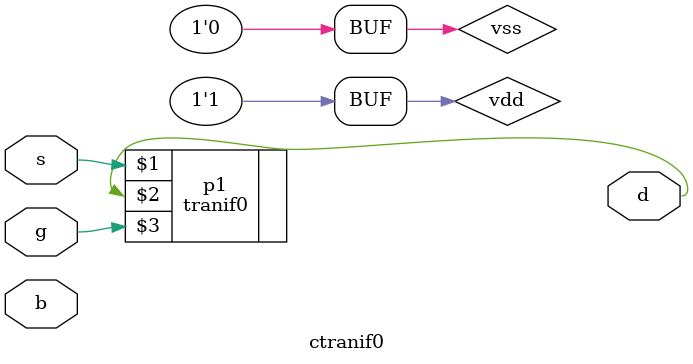
<source format=sv>
module ctranif1(b, d, g, s);  // NMOS
    supply1 vdd;
    supply0 vss;

    input b, g, d;
    output s;

    tranif1 n1(d, s, g);
endmodule

module ctranif0(b, s, g, d);  // PMOS
    supply1 vdd;
    supply0 vss;
    input b, g, s;
    output d;

    tranif0 p1(s, d, g);

endmodule

</source>
